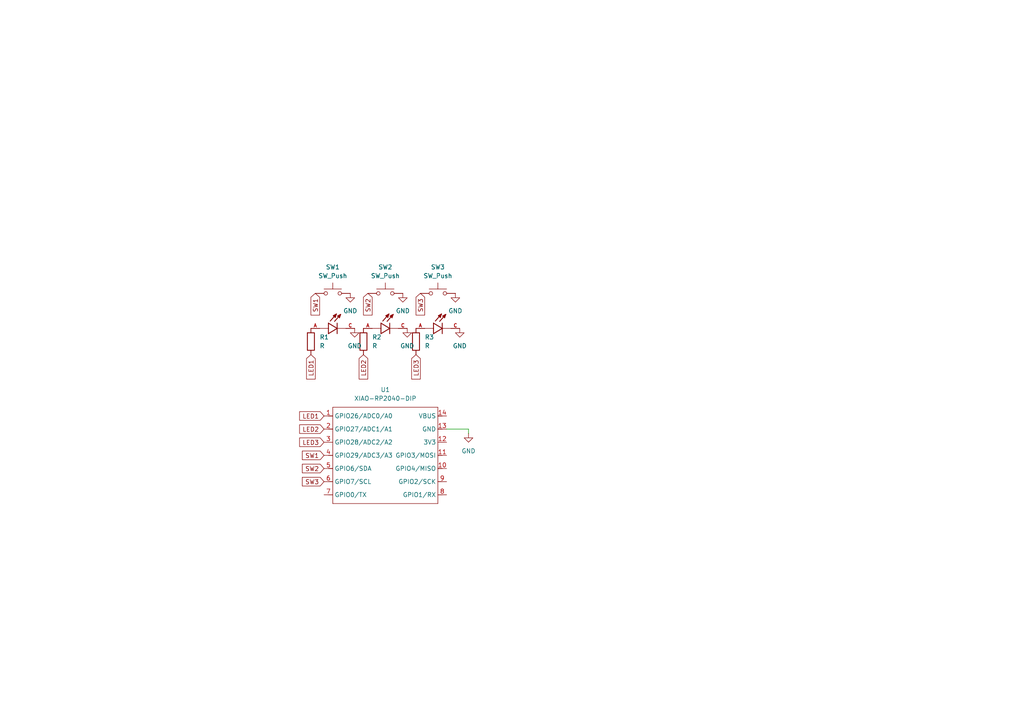
<source format=kicad_sch>
(kicad_sch (version 20250114) (generator "eeschema") (generator_version "9.0")
  (paper "A4")
  (lib_symbols
    (symbol "Device:R" (pin_numbers (hide yes)) (pin_names (offset 0))
      (property "Reference" "R" (at 2.032 0 90))
      (property "Value" "R" (at 0 0 90))
      (symbol "R_0_1"
        (rectangle (start -1.016 -2.54) (end 1.016 2.54) (stroke (width 0.254)))
      )
      (symbol "R_1_1"
        (pin passive line (at 0 3.81 270) (length 1.27) (name "~") (number "1"))
        (pin passive line (at 0 -3.81 90) (length 1.27) (name "~") (number "2"))
      )
    )
    (symbol "L08R5000Q1:L08R5000Q1" (pin_names (offset 1.016))
      (property "Reference" "D" (at -3.0988 4.4958 0))
      (property "Value" "L08R5000Q1" (at -3.556 -3.302 0))
      (symbol "L08R5000Q1_0_0"
        (polyline (pts (xy -2.54 1.524) (xy -2.54 0)) (stroke (width 0.254)))
        (polyline (pts (xy -2.54 0) (xy -5.08 0)) (stroke (width 0.1524)))
        (polyline (pts (xy -2.54 0) (xy -2.54 -1.524)) (stroke (width 0.254)))
        (polyline (pts (xy -2.54 -1.524) (xy 0 0)) (stroke (width 0.254)))
        (polyline (pts (xy -1.1176 3.683) (xy -0.2286 4.1656)) (stroke (width 0.254)))
        (polyline (pts (xy -0.9398 3.6068) (xy -0.7112 3.7592)) (stroke (width 0.254)))
        (polyline (pts (xy -0.5588 3.2004) (xy -1.1176 3.683)) (stroke (width 0.254)))
        (polyline (pts (xy -0.5588 3.2004) (xy -0.5334 3.937)) (stroke (width 0.254)))
        (polyline (pts (xy -0.5334 3.937) (xy -0.6604 3.937)) (stroke (width 0.254)))
        (polyline (pts (xy -0.2286 4.1656) (xy -2.0066 2.1336)) (stroke (width 0.254)))
        (polyline (pts (xy -0.2286 4.1656) (xy -0.5588 3.2004)) (stroke (width 0.254)))
        (polyline (pts (xy 0 1.524) (xy 0 0)) (stroke (width 0.254)))
        (polyline (pts (xy 0 0) (xy -2.54 1.524)) (stroke (width 0.254)))
        (polyline (pts (xy 0 0) (xy 0 -1.524)) (stroke (width 0.254)))
        (polyline (pts (xy 0.127 3.5814) (xy 1.016 4.064)) (stroke (width 0.254)))
        (polyline (pts (xy 0.3048 3.5052) (xy 0.5334 3.6576)) (stroke (width 0.254)))
        (polyline (pts (xy 0.6858 3.0988) (xy 0.127 3.5814)) (stroke (width 0.254)))
        (polyline (pts (xy 0.6858 3.0988) (xy 0.7112 3.8354)) (stroke (width 0.254)))
        (polyline (pts (xy 0.7112 3.8354) (xy 0.5842 3.8354)) (stroke (width 0.254)))
        (polyline (pts (xy 1.016 4.064) (xy -0.762 2.032)) (stroke (width 0.254)))
        (polyline (pts (xy 1.016 4.064) (xy 0.6858 3.0988)) (stroke (width 0.254)))
        (polyline (pts (xy 2.54 0) (xy 0 0)) (stroke (width 0.1524)))
        (pin passive line (at -7.62 0 0) (length 2.54) (name "~") (number "A"))
        (pin passive line (at 5.08 0 180) (length 2.54) (name "~") (number "C"))
      )
    )
    (symbol "Seeed_Studio_XIAO_Series:XIAO-RP2040-DIP"
      (property "Reference" "U" (at 0 0 0))
      (property "Value" "XIAO-RP2040-DIP" (at 5.334 -1.778 0))
      (symbol "XIAO-RP2040-DIP_1_0"
        (polyline (pts (xy -1.27 -2.54) (xy 29.21 -2.54)) (stroke (width 0.1524)))
        (polyline (pts (xy -1.27 -5.08) (xy -2.54 -5.08)) (stroke (width 0.1524)))
        (polyline (pts (xy -1.27 -5.08) (xy -1.27 -2.54)) (stroke (width 0.1524)))
        (polyline (pts (xy -1.27 -8.89) (xy -2.54 -8.89)) (stroke (width 0.1524)))
        (polyline (pts (xy -1.27 -8.89) (xy -1.27 -5.08)) (stroke (width 0.1524)))
        (polyline (pts (xy -1.27 -12.7) (xy -2.54 -12.7)) (stroke (width 0.1524)))
        (polyline (pts (xy -1.27 -12.7) (xy -1.27 -8.89)) (stroke (width 0.1524)))
        (polyline (pts (xy -1.27 -16.51) (xy -2.54 -16.51)) (stroke (width 0.1524)))
        (polyline (pts (xy -1.27 -16.51) (xy -1.27 -12.7)) (stroke (width 0.1524)))
        (polyline (pts (xy -1.27 -20.32) (xy -2.54 -20.32)) (stroke (width 0.1524)))
        (polyline (pts (xy -1.27 -24.13) (xy -2.54 -24.13)) (stroke (width 0.1524)))
        (polyline (pts (xy -1.27 -27.94) (xy -2.54 -27.94)) (stroke (width 0.1524)))
        (polyline (pts (xy -1.27 -30.48) (xy -1.27 -16.51)) (stroke (width 0.1524)))
        (polyline (pts (xy 29.21 -2.54) (xy 29.21 -5.08)) (stroke (width 0.1524)))
        (polyline (pts (xy 29.21 -5.08) (xy 29.21 -8.89)) (stroke (width 0.1524)))
        (polyline (pts (xy 29.21 -8.89) (xy 29.21 -12.7)) (stroke (width 0.1524)))
        (polyline (pts (xy 29.21 -12.7) (xy 29.21 -30.48)) (stroke (width 0.1524)))
        (polyline (pts (xy 29.21 -30.48) (xy -1.27 -30.48)) (stroke (width 0.1524)))
        (polyline (pts (xy 30.48 -5.08) (xy 29.21 -5.08)) (stroke (width 0.1524)))
        (polyline (pts (xy 30.48 -8.89) (xy 29.21 -8.89)) (stroke (width 0.1524)))
        (polyline (pts (xy 30.48 -12.7) (xy 29.21 -12.7)) (stroke (width 0.1524)))
        (polyline (pts (xy 30.48 -16.51) (xy 29.21 -16.51)) (stroke (width 0.1524)))
        (polyline (pts (xy 30.48 -20.32) (xy 29.21 -20.32)) (stroke (width 0.1524)))
        (polyline (pts (xy 30.48 -24.13) (xy 29.21 -24.13)) (stroke (width 0.1524)))
        (polyline (pts (xy 30.48 -27.94) (xy 29.21 -27.94)) (stroke (width 0.1524)))
        (pin passive line (at -3.81 -5.08 0) (length 2.54) (name "GPIO26/ADC0/A0") (number "1"))
        (pin passive line (at -3.81 -8.89 0) (length 2.54) (name "GPIO27/ADC1/A1") (number "2"))
        (pin passive line (at -3.81 -12.7 0) (length 2.54) (name "GPIO28/ADC2/A2") (number "3"))
        (pin passive line (at -3.81 -16.51 0) (length 2.54) (name "GPIO29/ADC3/A3") (number "4"))
        (pin passive line (at -3.81 -20.32 0) (length 2.54) (name "GPIO6/SDA") (number "5"))
        (pin passive line (at -3.81 -24.13 0) (length 2.54) (name "GPIO7/SCL") (number "6"))
        (pin passive line (at -3.81 -27.94 0) (length 2.54) (name "GPIO0/TX") (number "7"))
        (pin passive line (at 31.75 -5.08 180) (length 2.54) (name "VBUS") (number "14"))
        (pin passive line (at 31.75 -8.89 180) (length 2.54) (name "GND") (number "13"))
        (pin passive line (at 31.75 -12.7 180) (length 2.54) (name "3V3") (number "12"))
        (pin passive line (at 31.75 -16.51 180) (length 2.54) (name "GPIO3/MOSI") (number "11"))
        (pin passive line (at 31.75 -20.32 180) (length 2.54) (name "GPIO4/MISO") (number "10"))
        (pin passive line (at 31.75 -24.13 180) (length 2.54) (name "GPIO2/SCK") (number "9"))
        (pin passive line (at 31.75 -27.94 180) (length 2.54) (name "GPIO1/RX") (number "8"))
      )
    )
    (symbol "Switch:SW_Push" (pin_numbers (hide yes)) (pin_names (offset 1.016) (hide yes))
      (property "Reference" "SW" (at 1.27 2.54 0))
      (property "Value" "SW_Push" (at 0 -1.524 0))
      (symbol "SW_Push_0_1"
        (circle (center -2.032 0) (radius 0.508))
        (polyline (pts (xy 0 1.27) (xy 0 3.048)))
        (circle (center 2.032 0) (radius 0.508))
        (polyline (pts (xy 2.54 1.27) (xy -2.54 1.27)))
        (pin passive line (at -5.08 0 0) (length 2.54) (name "1") (number "1"))
        (pin passive line (at 5.08 0 180) (length 2.54) (name "2") (number "2"))
      )
    )
    (symbol "power:GND" (power) (pin_numbers (hide yes)) (pin_names (offset 0) (hide yes))
      (property "Value" "GND" (at 0 -3.81 0))
      (symbol "GND_0_1"
        (polyline (pts (xy 0 0) (xy 0 -1.27) (xy 1.27 -1.27) (xy 0 -2.54) (xy -1.27 -1.27) (xy 0 -1.27)))
      )
      (symbol "GND_1_1"
        (pin power_in line (at 0 0 270) (length 0) (name "~") (number "1"))
      )
    )
  )
  (wire (pts (xy 135.89 124.46) (xy 135.89 125.73)))
  (wire (pts (xy 129.54 124.46) (xy 135.89 124.46)))
  (global_label "LED2" (shape input) (at 105.41 102.87 270) (property "Intersheetrefs" "${INTERSHEET_REFS}" (effects (hide yes))))
  (global_label "LED3" (shape input) (at 93.98 128.27 180) (property "Intersheetrefs" "${INTERSHEET_REFS}" (effects (hide yes))))
  (global_label "SW1" (shape input) (at 93.98 132.08 180) (property "Intersheetrefs" "${INTERSHEET_REFS}" (effects (hide yes))))
  (global_label "SW2" (shape input) (at 93.98 135.89 180) (property "Intersheetrefs" "${INTERSHEET_REFS}" (effects (hide yes))))
  (global_label "SW1" (shape input) (at 91.44 85.09 270) (property "Intersheetrefs" "${INTERSHEET_REFS}" (effects (hide yes))))
  (global_label "LED1" (shape input) (at 90.17 102.87 270) (property "Intersheetrefs" "${INTERSHEET_REFS}" (effects (hide yes))))
  (global_label "LED3" (shape input) (at 120.65 102.87 270) (property "Intersheetrefs" "${INTERSHEET_REFS}" (effects (hide yes))))
  (global_label "SW3" (shape input) (at 121.92 85.09 270) (property "Intersheetrefs" "${INTERSHEET_REFS}" (effects (hide yes))))
  (global_label "SW2" (shape input) (at 106.68 85.09 270) (property "Intersheetrefs" "${INTERSHEET_REFS}" (effects (hide yes))))
  (global_label "LED1" (shape input) (at 93.98 120.65 180) (property "Intersheetrefs" "${INTERSHEET_REFS}" (effects (hide yes))))
  (global_label "SW3" (shape input) (at 93.98 139.7 180) (property "Intersheetrefs" "${INTERSHEET_REFS}" (effects (hide yes))))
  (global_label "LED2" (shape input) (at 93.98 124.46 180) (property "Intersheetrefs" "${INTERSHEET_REFS}" (effects (hide yes))))
  (symbol (lib_id "Device:R") (at 105.41 99.06 0) (unit 1)
    (property "Reference" "R2" (at 107.95 97.7899 0) (effects (justify left)))
    (property "Value" "R" (at 107.95 100.3299 0) (effects (justify left)))
    (property "Footprint" "Resistor_THT:R_Axial_DIN0204_L3.6mm_D1.6mm_P5.08mm_Horizontal" (effects (hide yes)))
    (property "Description" "Resistor" (effects (hide yes)))
  )
  (symbol (lib_id "power:GND") (at 118.11 95.25 0) (unit 1)
    (property "Reference" "#PWR02" (effects (hide yes)))
    (property "Value" "GND" (at 118.11 100.33 0))
    (property "Description" "Power symbol creates a global label with name \"GND\" , ground" (effects (hide yes)))
  )
  (symbol (lib_id "power:GND") (at 135.89 125.73 0) (unit 1)
    (property "Reference" "#PWR07" (effects (hide yes)))
    (property "Value" "GND" (at 135.89 130.81 0))
    (property "Description" "Power symbol creates a global label with name \"GND\" , ground" (effects (hide yes)))
  )
  (symbol (lib_id "Device:R") (at 120.65 99.06 0) (unit 1)
    (property "Reference" "R3" (at 123.19 97.7899 0) (effects (justify left)))
    (property "Value" "R" (at 123.19 100.3299 0) (effects (justify left)))
    (property "Footprint" "Resistor_THT:R_Axial_DIN0204_L3.6mm_D1.6mm_P5.08mm_Horizontal" (effects (hide yes)))
    (property "Description" "Resistor" (effects (hide yes)))
  )
  (symbol (lib_id "Switch:SW_Push") (at 111.76 85.09 0) (unit 1)
    (property "Reference" "SW2" (at 111.76 77.47 0))
    (property "Value" "SW_Push" (at 111.76 80.01 0))
    (property "Footprint" "Button_Switch_Keyboard:SW_Cherry_MX_1.00u_PCB" (effects (hide yes)))
    (property "Description" "Push button switch, generic, two pins" (effects (hide yes)))
  )
  (symbol (lib_id "Switch:SW_Push") (at 96.52 85.09 0) (unit 1)
    (property "Reference" "SW1" (at 96.52 77.47 0))
    (property "Value" "SW_Push" (at 96.52 80.01 0))
    (property "Footprint" "Button_Switch_Keyboard:SW_Cherry_MX_1.00u_PCB" (effects (hide yes)))
    (property "Description" "Push button switch, generic, two pins" (effects (hide yes)))
  )
  (symbol (lib_id "L08R5000Q1:L08R5000Q1") (at 128.27 95.25 0) (unit 1)
    (property "Reference" "D3" (effects (hide yes)))
    (property "Value" "L08R5000Q1" (effects (hide yes)))
    (property "Footprint" "footprints:LEDRD254W57D500H1070" (effects (hide yes)))
    (property "MF" "LED Technology" (effects (hide yes)))
    (property "MAXIMUM_PACKAGE_HEIGHT" "10.7mm" (effects (hide yes)))
    (property "Package" "None" (effects (hide yes)))
    (property "Price" "None" (effects (hide yes)))
    (property "Check_prices" "https://www.snapeda.com/parts/L08R5000Q1/LED+Technology/view-part/?ref=eda" (effects (hide yes)))
    (property "STANDARD" "IPC-7351B" (effects (hide yes)))
    (property "PARTREV" "NA" (effects (hide yes)))
    (property "SnapEDA_Link" "https://www.snapeda.com/parts/L08R5000Q1/LED+Technology/view-part/?ref=snap" (effects (hide yes)))
    (property "MP" "L08R5000Q1" (effects (hide yes)))
    (property "Description_1" "LED, 5MM, ORANGE; LED / Lamp Size: 5mm / T-1 3/4; LED Colour: Orange; Typ Luminous Intensity: 4.3mcd; Viewing Angle: ..." (effects (hide yes)))
    (property "Availability" "Not in stock" (effects (hide yes)))
    (property "MANUFACTURER" "LED TECHNOLOGY" (effects (hide yes)))
  )
  (symbol (lib_id "L08R5000Q1:L08R5000Q1") (at 113.03 95.25 0) (unit 1)
    (property "Reference" "D2" (effects (hide yes)))
    (property "Value" "L08R5000Q1" (effects (hide yes)))
    (property "Footprint" "footprints:LEDRD254W57D500H1070" (effects (hide yes)))
    (property "MF" "LED Technology" (effects (hide yes)))
    (property "MAXIMUM_PACKAGE_HEIGHT" "10.7mm" (effects (hide yes)))
    (property "Package" "None" (effects (hide yes)))
    (property "Price" "None" (effects (hide yes)))
    (property "Check_prices" "https://www.snapeda.com/parts/L08R5000Q1/LED+Technology/view-part/?ref=eda" (effects (hide yes)))
    (property "STANDARD" "IPC-7351B" (effects (hide yes)))
    (property "PARTREV" "NA" (effects (hide yes)))
    (property "SnapEDA_Link" "https://www.snapeda.com/parts/L08R5000Q1/LED+Technology/view-part/?ref=snap" (effects (hide yes)))
    (property "MP" "L08R5000Q1" (effects (hide yes)))
    (property "Description_1" "LED, 5MM, ORANGE; LED / Lamp Size: 5mm / T-1 3/4; LED Colour: Orange; Typ Luminous Intensity: 4.3mcd; Viewing Angle: ..." (effects (hide yes)))
    (property "Availability" "Not in stock" (effects (hide yes)))
    (property "MANUFACTURER" "LED TECHNOLOGY" (effects (hide yes)))
  )
  (symbol (lib_id "Seeed_Studio_XIAO_Series:XIAO-RP2040-DIP") (at 97.79 115.57 0) (unit 1)
    (property "Reference" "U1" (at 111.76 113.03 0))
    (property "Value" "XIAO-RP2040-DIP" (at 111.76 115.57 0))
    (property "Footprint" "footprints:XIAO-RP2040-DIP" (effects (hide yes)))
  )
  (symbol (lib_id "power:GND") (at 101.6 85.09 0) (unit 1)
    (property "Reference" "#PWR04" (effects (hide yes)))
    (property "Value" "GND" (at 101.6 90.17 0))
    (property "Description" "Power symbol creates a global label with name \"GND\" , ground" (effects (hide yes)))
  )
  (symbol (lib_id "Switch:SW_Push") (at 127 85.09 0) (unit 1)
    (property "Reference" "SW3" (at 127 77.47 0))
    (property "Value" "SW_Push" (at 127 80.01 0))
    (property "Footprint" "Button_Switch_Keyboard:SW_Cherry_MX_1.00u_PCB" (effects (hide yes)))
    (property "Description" "Push button switch, generic, two pins" (effects (hide yes)))
  )
  (symbol (lib_id "power:GND") (at 116.84 85.09 0) (unit 1)
    (property "Reference" "#PWR05" (effects (hide yes)))
    (property "Value" "GND" (at 116.84 90.17 0))
    (property "Description" "Power symbol creates a global label with name \"GND\" , ground" (effects (hide yes)))
  )
  (symbol (lib_id "power:GND") (at 132.08 85.09 0) (unit 1)
    (property "Reference" "#PWR06" (effects (hide yes)))
    (property "Value" "GND" (at 132.08 90.17 0))
    (property "Description" "Power symbol creates a global label with name \"GND\" , ground" (effects (hide yes)))
  )
  (symbol (lib_id "L08R5000Q1:L08R5000Q1") (at 97.79 95.25 0) (unit 1)
    (property "Reference" "D1" (effects (hide yes)))
    (property "Value" "L08R5000Q1" (effects (hide yes)))
    (property "Footprint" "footprints:LEDRD254W57D500H1070" (effects (hide yes)))
    (property "MF" "LED Technology" (effects (hide yes)))
    (property "MAXIMUM_PACKAGE_HEIGHT" "10.7mm" (effects (hide yes)))
    (property "Package" "None" (effects (hide yes)))
    (property "Price" "None" (effects (hide yes)))
    (property "Check_prices" "https://www.snapeda.com/parts/L08R5000Q1/LED+Technology/view-part/?ref=eda" (effects (hide yes)))
    (property "STANDARD" "IPC-7351B" (effects (hide yes)))
    (property "PARTREV" "NA" (effects (hide yes)))
    (property "SnapEDA_Link" "https://www.snapeda.com/parts/L08R5000Q1/LED+Technology/view-part/?ref=snap" (effects (hide yes)))
    (property "MP" "L08R5000Q1" (effects (hide yes)))
    (property "Description_1" "LED, 5MM, ORANGE; LED / Lamp Size: 5mm / T-1 3/4; LED Colour: Orange; Typ Luminous Intensity: 4.3mcd; Viewing Angle: ..." (effects (hide yes)))
    (property "Availability" "Not in stock" (effects (hide yes)))
    (property "MANUFACTURER" "LED TECHNOLOGY" (effects (hide yes)))
  )
  (symbol (lib_id "power:GND") (at 102.87 95.25 0) (unit 1)
    (property "Reference" "#PWR01" (effects (hide yes)))
    (property "Value" "GND" (at 102.87 100.33 0))
    (property "Description" "Power symbol creates a global label with name \"GND\" , ground" (effects (hide yes)))
  )
  (symbol (lib_id "Device:R") (at 90.17 99.06 0) (unit 1)
    (property "Reference" "R1" (at 92.71 97.7899 0) (effects (justify left)))
    (property "Value" "R" (at 92.71 100.3299 0) (effects (justify left)))
    (property "Footprint" "Resistor_THT:R_Axial_DIN0204_L3.6mm_D1.6mm_P5.08mm_Horizontal" (effects (hide yes)))
    (property "Description" "Resistor" (effects (hide yes)))
  )
  (symbol (lib_id "power:GND") (at 133.35 95.25 0) (unit 1)
    (property "Reference" "#PWR03" (effects (hide yes)))
    (property "Value" "GND" (at 133.35 100.33 0))
    (property "Description" "Power symbol creates a global label with name \"GND\" , ground" (effects (hide yes)))
  )
)
</source>
